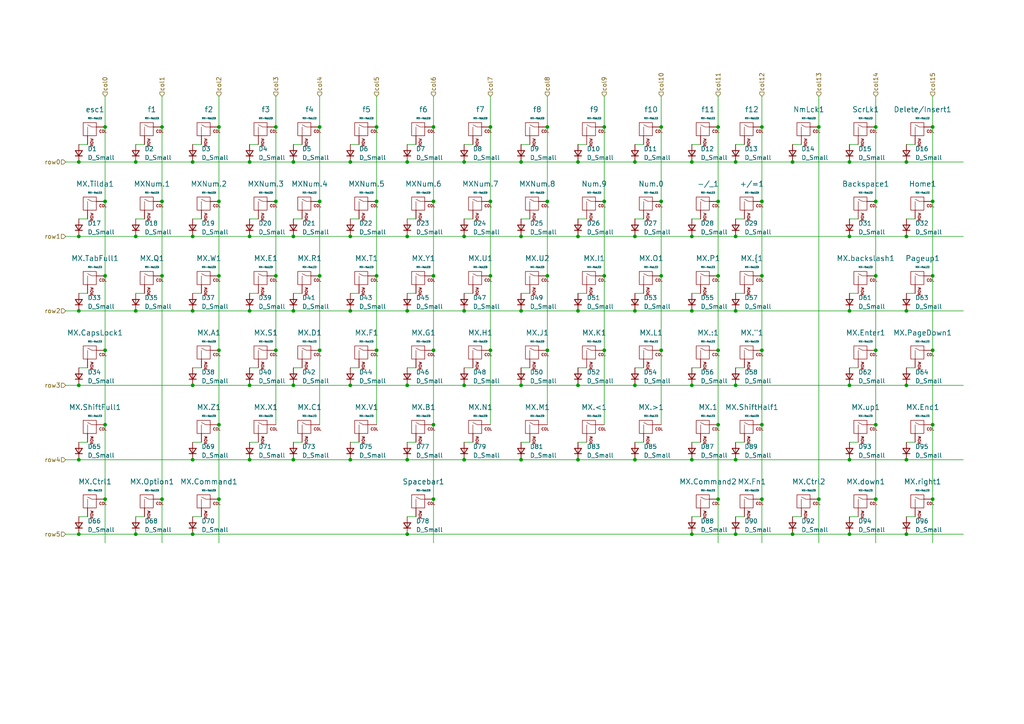
<source format=kicad_sch>
(kicad_sch (version 20241209) (generator "eeschema") (generator_version "9.0")
  (paper "A4")
  (junction (at 167.64 111.76))
  (junction (at 254 101.6))
  (junction (at 72.39 90.17))
  (junction (at 158.75 58.42))
  (junction (at 30.48 101.6))
  (junction (at 63.5 58.42))
  (junction (at 125.73 101.6))
  (junction (at 46.99 80.01))
  (junction (at 30.48 36.83))
  (junction (at 22.86 46.99))
  (junction (at 246.38 68.58))
  (junction (at 200.66 111.76))
  (junction (at 262.89 90.17))
  (junction (at 270.51 144.78))
  (junction (at 125.73 144.78))
  (junction (at 118.11 111.76))
  (junction (at 92.71 101.6))
  (junction (at 220.98 101.6))
  (junction (at 46.99 36.83))
  (junction (at 151.13 111.76))
  (junction (at 213.36 46.99))
  (junction (at 184.15 68.58))
  (junction (at 125.73 80.01))
  (junction (at 254 58.42))
  (junction (at 208.28 144.78))
  (junction (at 109.22 80.01))
  (junction (at 85.09 90.17))
  (junction (at 151.13 90.17))
  (junction (at 208.28 80.01))
  (junction (at 46.99 58.42))
  (junction (at 85.09 133.35))
  (junction (at 92.71 36.83))
  (junction (at 39.37 90.17))
  (junction (at 22.86 90.17))
  (junction (at 109.22 58.42))
  (junction (at 254 144.78))
  (junction (at 213.36 133.35))
  (junction (at 142.24 58.42))
  (junction (at 175.26 58.42))
  (junction (at 184.15 111.76))
  (junction (at 220.98 123.19))
  (junction (at 134.62 68.58))
  (junction (at 254 123.19))
  (junction (at 39.37 154.94))
  (junction (at 151.13 46.99))
  (junction (at 220.98 144.78))
  (junction (at 101.6 111.76))
  (junction (at 200.66 154.94))
  (junction (at 72.39 46.99))
  (junction (at 63.5 144.78))
  (junction (at 118.11 46.99))
  (junction (at 55.88 154.94))
  (junction (at 125.73 58.42))
  (junction (at 55.88 46.99))
  (junction (at 213.36 68.58))
  (junction (at 134.62 46.99))
  (junction (at 262.89 46.99))
  (junction (at 55.88 68.58))
  (junction (at 118.11 154.94))
  (junction (at 246.38 154.94))
  (junction (at 63.5 36.83))
  (junction (at 151.13 68.58))
  (junction (at 270.51 123.19))
  (junction (at 72.39 68.58))
  (junction (at 213.36 90.17))
  (junction (at 92.71 80.01))
  (junction (at 134.62 111.76))
  (junction (at 22.86 133.35))
  (junction (at 80.01 36.83))
  (junction (at 175.26 80.01))
  (junction (at 208.28 58.42))
  (junction (at 85.09 68.58))
  (junction (at 39.37 46.99))
  (junction (at 208.28 36.83))
  (junction (at 167.64 90.17))
  (junction (at 191.77 80.01))
  (junction (at 191.77 101.6))
  (junction (at 213.36 154.94))
  (junction (at 22.86 111.76))
  (junction (at 72.39 111.76))
  (junction (at 134.62 90.17))
  (junction (at 246.38 90.17))
  (junction (at 142.24 80.01))
  (junction (at 101.6 68.58))
  (junction (at 158.75 101.6))
  (junction (at 246.38 46.99))
  (junction (at 134.62 133.35))
  (junction (at 237.49 144.78))
  (junction (at 220.98 36.83))
  (junction (at 125.73 36.83))
  (junction (at 80.01 58.42))
  (junction (at 200.66 46.99))
  (junction (at 246.38 111.76))
  (junction (at 158.75 36.83))
  (junction (at 30.48 58.42))
  (junction (at 191.77 36.83))
  (junction (at 184.15 46.99))
  (junction (at 254 36.83))
  (junction (at 229.87 154.94))
  (junction (at 229.87 46.99))
  (junction (at 184.15 133.35))
  (junction (at 118.11 133.35))
  (junction (at 175.26 101.6))
  (junction (at 151.13 133.35))
  (junction (at 158.75 80.01))
  (junction (at 80.01 80.01))
  (junction (at 270.51 36.83))
  (junction (at 101.6 90.17))
  (junction (at 125.73 123.19))
  (junction (at 55.88 133.35))
  (junction (at 213.36 111.76))
  (junction (at 118.11 68.58))
  (junction (at 262.89 154.94))
  (junction (at 92.71 58.42))
  (junction (at 220.98 80.01))
  (junction (at 85.09 46.99))
  (junction (at 254 80.01))
  (junction (at 30.48 80.01))
  (junction (at 109.22 101.6))
  (junction (at 262.89 68.58))
  (junction (at 208.28 123.19))
  (junction (at 167.64 68.58))
  (junction (at 191.77 58.42))
  (junction (at 262.89 111.76))
  (junction (at 46.99 144.78))
  (junction (at 22.86 154.94))
  (junction (at 142.24 36.83))
  (junction (at 200.66 90.17))
  (junction (at 55.88 90.17))
  (junction (at 246.38 133.35))
  (junction (at 262.89 133.35))
  (junction (at 22.86 68.58))
  (junction (at 63.5 123.19))
  (junction (at 101.6 46.99))
  (junction (at 270.51 101.6))
  (junction (at 200.66 133.35))
  (junction (at 80.01 101.6))
  (junction (at 237.49 36.83))
  (junction (at 39.37 68.58))
  (junction (at 270.51 58.42))
  (junction (at 101.6 133.35))
  (junction (at 63.5 80.01))
  (junction (at 220.98 58.42))
  (junction (at 208.28 101.6))
  (junction (at 63.5 101.6))
  (junction (at 167.64 46.99))
  (junction (at 118.11 90.17))
  (junction (at 200.66 68.58))
  (junction (at 30.48 123.19))
  (junction (at 175.26 36.83))
  (junction (at 167.64 133.35))
  (junction (at 184.15 90.17))
  (junction (at 142.24 101.6))
  (junction (at 30.48 144.78))
  (junction (at 72.39 133.35))
  (junction (at 55.88 111.76))
  (junction (at 85.09 111.76))
  (junction (at 109.22 36.83))
  (junction (at 270.51 80.01))
  (wire (pts (xy 246.38 41.91) (xy 248.92 41.91)))
  (wire (pts (xy 229.87 154.94) (xy 246.38 154.94)))
  (wire (pts (xy 151.13 111.76) (xy 167.64 111.76)))
  (wire (pts (xy 72.39 46.99) (xy 85.09 46.99)))
  (wire (pts (xy 85.09 41.91) (xy 87.63 41.91)))
  (wire (pts (xy 63.5 123.19) (xy 63.5 144.78)))
  (wire (pts (xy 270.51 123.19) (xy 270.51 144.78)))
  (wire (pts (xy 237.49 36.83) (xy 237.49 144.78)))
  (wire (pts (xy 72.39 111.76) (xy 85.09 111.76)))
  (wire (pts (xy 142.24 36.83) (xy 142.24 58.42)))
  (wire (pts (xy 63.5 58.42) (xy 63.5 80.01)))
  (wire (pts (xy 80.01 80.01) (xy 80.01 101.6)))
  (wire (pts (xy 175.26 58.42) (xy 175.26 80.01)))
  (wire (pts (xy 101.6 133.35) (xy 118.11 133.35)))
  (wire (pts (xy 39.37 85.09) (xy 41.91 85.09)))
  (wire (pts (xy 246.38 149.86) (xy 248.92 149.86)))
  (wire (pts (xy 254 144.78) (xy 254 157.48)))
  (wire (pts (xy 72.39 63.5) (xy 74.93 63.5)))
  (wire (pts (xy 22.86 90.17) (xy 39.37 90.17)))
  (wire (pts (xy 72.39 85.09) (xy 74.93 85.09)))
  (wire (pts (xy 254 36.83) (xy 254 58.42)))
  (wire (pts (xy 109.22 80.01) (xy 109.22 101.6)))
  (wire (pts (xy 125.73 36.83) (xy 125.73 58.42)))
  (wire (pts (xy 246.38 128.27) (xy 248.92 128.27)))
  (wire (pts (xy 184.15 106.68) (xy 186.69 106.68)))
  (wire (pts (xy 55.88 85.09) (xy 58.42 85.09)))
  (wire (pts (xy 63.5 101.6) (xy 63.5 123.19)))
  (wire (pts (xy 118.11 111.76) (xy 134.62 111.76)))
  (wire (pts (xy 118.11 149.86) (xy 120.65 149.86)))
  (wire (pts (xy 246.38 85.09) (xy 248.92 85.09)))
  (wire (pts (xy 270.51 144.78) (xy 270.51 157.48)))
  (wire (pts (xy 167.64 128.27) (xy 170.18 128.27)))
  (wire (pts (xy 200.66 68.58) (xy 213.36 68.58)))
  (wire (pts (xy 125.73 27.94) (xy 125.73 36.83)))
  (wire (pts (xy 213.36 41.91) (xy 215.9 41.91)))
  (wire (pts (xy 30.48 80.01) (xy 30.48 101.6)))
  (wire (pts (xy 191.77 36.83) (xy 191.77 58.42)))
  (wire (pts (xy 151.13 68.58) (xy 167.64 68.58)))
  (wire (pts (xy 19.05 154.94) (xy 22.86 154.94)))
  (wire (pts (xy 229.87 41.91) (xy 232.41 41.91)))
  (wire (pts (xy 39.37 90.17) (xy 55.88 90.17)))
  (wire (pts (xy 30.48 58.42) (xy 30.48 80.01)))
  (wire (pts (xy 80.01 58.42) (xy 80.01 80.01)))
  (wire (pts (xy 191.77 27.94) (xy 191.77 36.83)))
  (wire (pts (xy 167.64 85.09) (xy 170.18 85.09)))
  (wire (pts (xy 80.01 36.83) (xy 80.01 58.42)))
  (wire (pts (xy 220.98 144.78) (xy 220.98 157.48)))
  (wire (pts (xy 92.71 36.83) (xy 92.71 58.42)))
  (wire (pts (xy 19.05 133.35) (xy 22.86 133.35)))
  (wire (pts (xy 158.75 27.94) (xy 158.75 36.83)))
  (wire (pts (xy 22.86 128.27) (xy 25.4 128.27)))
  (wire (pts (xy 118.11 85.09) (xy 120.65 85.09)))
  (wire (pts (xy 85.09 68.58) (xy 101.6 68.58)))
  (wire (pts (xy 184.15 85.09) (xy 186.69 85.09)))
  (wire (pts (xy 262.89 154.94) (xy 279.4 154.94)))
  (wire (pts (xy 213.36 85.09) (xy 215.9 85.09)))
  (wire (pts (xy 134.62 46.99) (xy 151.13 46.99)))
  (wire (pts (xy 72.39 133.35) (xy 85.09 133.35)))
  (wire (pts (xy 19.05 90.17) (xy 22.86 90.17)))
  (wire (pts (xy 109.22 101.6) (xy 109.22 123.19)))
  (wire (pts (xy 92.71 101.6) (xy 92.71 123.19)))
  (wire (pts (xy 158.75 101.6) (xy 158.75 123.19)))
  (wire (pts (xy 262.89 149.86) (xy 265.43 149.86)))
  (wire (pts (xy 134.62 85.09) (xy 137.16 85.09)))
  (wire (pts (xy 208.28 144.78) (xy 208.28 157.48)))
  (wire (pts (xy 72.39 128.27) (xy 74.93 128.27)))
  (wire (pts (xy 22.86 149.86) (xy 25.4 149.86)))
  (wire (pts (xy 39.37 41.91) (xy 41.91 41.91)))
  (wire (pts (xy 220.98 123.19) (xy 220.98 144.78)))
  (wire (pts (xy 46.99 27.94) (xy 46.99 36.83)))
  (wire (pts (xy 254 123.19) (xy 254 144.78)))
  (wire (pts (xy 262.89 90.17) (xy 279.4 90.17)))
  (wire (pts (xy 167.64 41.91) (xy 170.18 41.91)))
  (wire (pts (xy 213.36 128.27) (xy 215.9 128.27)))
  (wire (pts (xy 85.09 133.35) (xy 101.6 133.35)))
  (wire (pts (xy 191.77 101.6) (xy 191.77 123.19)))
  (wire (pts (xy 184.15 128.27) (xy 186.69 128.27)))
  (wire (pts (xy 19.05 46.99) (xy 22.86 46.99)))
  (wire (pts (xy 85.09 90.17) (xy 101.6 90.17)))
  (wire (pts (xy 184.15 133.35) (xy 200.66 133.35)))
  (wire (pts (xy 246.38 106.68) (xy 248.92 106.68)))
  (wire (pts (xy 213.36 68.58) (xy 246.38 68.58)))
  (wire (pts (xy 213.36 154.94) (xy 229.87 154.94)))
  (wire (pts (xy 55.88 68.58) (xy 72.39 68.58)))
  (wire (pts (xy 125.73 80.01) (xy 125.73 101.6)))
  (wire (pts (xy 142.24 101.6) (xy 142.24 123.19)))
  (wire (pts (xy 142.24 80.01) (xy 142.24 101.6)))
  (wire (pts (xy 200.66 63.5) (xy 203.2 63.5)))
  (wire (pts (xy 270.51 80.01) (xy 270.51 101.6)))
  (wire (pts (xy 30.48 101.6) (xy 30.48 123.19)))
  (wire (pts (xy 208.28 58.42) (xy 208.28 80.01)))
  (wire (pts (xy 85.09 46.99) (xy 101.6 46.99)))
  (wire (pts (xy 175.26 101.6) (xy 175.26 123.19)))
  (wire (pts (xy 208.28 36.83) (xy 208.28 58.42)))
  (wire (pts (xy 229.87 46.99) (xy 246.38 46.99)))
  (wire (pts (xy 85.09 63.5) (xy 87.63 63.5)))
  (wire (pts (xy 46.99 144.78) (xy 46.99 157.48)))
  (wire (pts (xy 46.99 80.01) (xy 46.99 144.78)))
  (wire (pts (xy 237.49 27.94) (xy 237.49 36.83)))
  (wire (pts (xy 246.38 90.17) (xy 262.89 90.17)))
  (wire (pts (xy 63.5 80.01) (xy 63.5 101.6)))
  (wire (pts (xy 92.71 58.42) (xy 92.71 80.01)))
  (wire (pts (xy 22.86 68.58) (xy 39.37 68.58)))
  (wire (pts (xy 80.01 27.94) (xy 80.01 36.83)))
  (wire (pts (xy 142.24 27.94) (xy 142.24 36.83)))
  (wire (pts (xy 184.15 68.58) (xy 200.66 68.58)))
  (wire (pts (xy 101.6 90.17) (xy 118.11 90.17)))
  (wire (pts (xy 22.86 85.09) (xy 25.4 85.09)))
  (wire (pts (xy 30.48 36.83) (xy 30.48 58.42)))
  (wire (pts (xy 208.28 80.01) (xy 208.28 101.6)))
  (wire (pts (xy 208.28 123.19) (xy 208.28 144.78)))
  (wire (pts (xy 118.11 128.27) (xy 120.65 128.27)))
  (wire (pts (xy 39.37 46.99) (xy 55.88 46.99)))
  (wire (pts (xy 118.11 90.17) (xy 134.62 90.17)))
  (wire (pts (xy 200.66 111.76) (xy 213.36 111.76)))
  (wire (pts (xy 167.64 106.68) (xy 170.18 106.68)))
  (wire (pts (xy 262.89 133.35) (xy 279.4 133.35)))
  (wire (pts (xy 220.98 58.42) (xy 220.98 80.01)))
  (wire (pts (xy 22.86 133.35) (xy 55.88 133.35)))
  (wire (pts (xy 270.51 58.42) (xy 270.51 80.01)))
  (wire (pts (xy 184.15 90.17) (xy 200.66 90.17)))
  (wire (pts (xy 72.39 106.68) (xy 74.93 106.68)))
  (wire (pts (xy 22.86 154.94) (xy 39.37 154.94)))
  (wire (pts (xy 63.5 144.78) (xy 63.5 157.48)))
  (wire (pts (xy 85.09 85.09) (xy 87.63 85.09)))
  (wire (pts (xy 22.86 46.99) (xy 39.37 46.99)))
  (wire (pts (xy 118.11 154.94) (xy 200.66 154.94)))
  (wire (pts (xy 55.88 154.94) (xy 118.11 154.94)))
  (wire (pts (xy 118.11 46.99) (xy 134.62 46.99)))
  (wire (pts (xy 101.6 106.68) (xy 104.14 106.68)))
  (wire (pts (xy 101.6 46.99) (xy 118.11 46.99)))
  (wire (pts (xy 158.75 80.01) (xy 158.75 101.6)))
  (wire (pts (xy 30.48 27.94) (xy 30.48 36.83)))
  (wire (pts (xy 134.62 133.35) (xy 151.13 133.35)))
  (wire (pts (xy 134.62 63.5) (xy 137.16 63.5)))
  (wire (pts (xy 246.38 154.94) (xy 262.89 154.94)))
  (wire (pts (xy 46.99 36.83) (xy 46.99 58.42)))
  (wire (pts (xy 191.77 80.01) (xy 191.77 101.6)))
  (wire (pts (xy 220.98 80.01) (xy 220.98 101.6)))
  (wire (pts (xy 101.6 85.09) (xy 104.14 85.09)))
  (wire (pts (xy 85.09 128.27) (xy 87.63 128.27)))
  (wire (pts (xy 262.89 63.5) (xy 265.43 63.5)))
  (wire (pts (xy 200.66 90.17) (xy 213.36 90.17)))
  (wire (pts (xy 30.48 144.78) (xy 30.48 157.48)))
  (wire (pts (xy 134.62 128.27) (xy 137.16 128.27)))
  (wire (pts (xy 85.09 106.68) (xy 87.63 106.68)))
  (wire (pts (xy 46.99 58.42) (xy 46.99 80.01)))
  (wire (pts (xy 151.13 46.99) (xy 167.64 46.99)))
  (wire (pts (xy 167.64 111.76) (xy 184.15 111.76)))
  (wire (pts (xy 63.5 36.83) (xy 63.5 58.42)))
  (wire (pts (xy 262.89 46.99) (xy 279.4 46.99)))
  (wire (pts (xy 184.15 46.99) (xy 200.66 46.99)))
  (wire (pts (xy 175.26 36.83) (xy 175.26 58.42)))
  (wire (pts (xy 72.39 90.17) (xy 85.09 90.17)))
  (wire (pts (xy 118.11 106.68) (xy 120.65 106.68)))
  (wire (pts (xy 22.86 111.76) (xy 55.88 111.76)))
  (wire (pts (xy 19.05 68.58) (xy 22.86 68.58)))
  (wire (pts (xy 22.86 63.5) (xy 25.4 63.5)))
  (wire (pts (xy 92.71 27.94) (xy 92.71 36.83)))
  (wire (pts (xy 125.73 123.19) (xy 125.73 144.78)))
  (wire (pts (xy 262.89 85.09) (xy 265.43 85.09)))
  (wire (pts (xy 213.36 46.99) (xy 229.87 46.99)))
  (wire (pts (xy 151.13 63.5) (xy 153.67 63.5)))
  (wire (pts (xy 200.66 106.68) (xy 203.2 106.68)))
  (wire (pts (xy 200.66 46.99) (xy 213.36 46.99)))
  (wire (pts (xy 55.88 41.91) (xy 58.42 41.91)))
  (wire (pts (xy 254 101.6) (xy 254 123.19)))
  (wire (pts (xy 118.11 133.35) (xy 134.62 133.35)))
  (wire (pts (xy 55.88 133.35) (xy 72.39 133.35)))
  (wire (pts (xy 184.15 63.5) (xy 186.69 63.5)))
  (wire (pts (xy 191.77 58.42) (xy 191.77 80.01)))
  (wire (pts (xy 125.73 101.6) (xy 125.73 123.19)))
  (wire (pts (xy 101.6 41.91) (xy 104.14 41.91)))
  (wire (pts (xy 109.22 58.42) (xy 109.22 80.01)))
  (wire (pts (xy 246.38 133.35) (xy 262.89 133.35)))
  (wire (pts (xy 270.51 36.83) (xy 270.51 58.42)))
  (wire (pts (xy 220.98 27.94) (xy 220.98 36.83)))
  (wire (pts (xy 175.26 80.01) (xy 175.26 101.6)))
  (wire (pts (xy 213.36 111.76) (xy 246.38 111.76)))
  (wire (pts (xy 208.28 101.6) (xy 208.28 123.19)))
  (wire (pts (xy 213.36 133.35) (xy 246.38 133.35)))
  (wire (pts (xy 134.62 90.17) (xy 151.13 90.17)))
  (wire (pts (xy 167.64 63.5) (xy 170.18 63.5)))
  (wire (pts (xy 101.6 68.58) (xy 118.11 68.58)))
  (wire (pts (xy 55.88 90.17) (xy 72.39 90.17)))
  (wire (pts (xy 118.11 68.58) (xy 134.62 68.58)))
  (wire (pts (xy 200.66 41.91) (xy 203.2 41.91)))
  (wire (pts (xy 167.64 46.99) (xy 184.15 46.99)))
  (wire (pts (xy 151.13 41.91) (xy 153.67 41.91)))
  (wire (pts (xy 80.01 101.6) (xy 80.01 123.19)))
  (wire (pts (xy 158.75 36.83) (xy 158.75 58.42)))
  (wire (pts (xy 109.22 27.94) (xy 109.22 36.83)))
  (wire (pts (xy 229.87 149.86) (xy 232.41 149.86)))
  (wire (pts (xy 200.66 128.27) (xy 203.2 128.27)))
  (wire (pts (xy 72.39 68.58) (xy 85.09 68.58)))
  (wire (pts (xy 254 58.42) (xy 254 80.01)))
  (wire (pts (xy 213.36 106.68) (xy 215.9 106.68)))
  (wire (pts (xy 134.62 41.91) (xy 137.16 41.91)))
  (wire (pts (xy 142.24 58.42) (xy 142.24 80.01)))
  (wire (pts (xy 262.89 128.27) (xy 265.43 128.27)))
  (wire (pts (xy 101.6 128.27) (xy 104.14 128.27)))
  (wire (pts (xy 134.62 68.58) (xy 151.13 68.58)))
  (wire (pts (xy 55.88 46.99) (xy 72.39 46.99)))
  (wire (pts (xy 55.88 63.5) (xy 58.42 63.5)))
  (wire (pts (xy 22.86 41.91) (xy 25.4 41.91)))
  (wire (pts (xy 270.51 27.94) (xy 270.51 36.83)))
  (wire (pts (xy 200.66 85.09) (xy 203.2 85.09)))
  (wire (pts (xy 246.38 46.99) (xy 262.89 46.99)))
  (wire (pts (xy 208.28 27.94) (xy 208.28 36.83)))
  (wire (pts (xy 167.64 68.58) (xy 184.15 68.58)))
  (wire (pts (xy 220.98 36.83) (xy 220.98 58.42)))
  (wire (pts (xy 151.13 128.27) (xy 153.67 128.27)))
  (wire (pts (xy 262.89 111.76) (xy 279.4 111.76)))
  (wire (pts (xy 158.75 58.42) (xy 158.75 80.01)))
  (wire (pts (xy 262.89 41.91) (xy 265.43 41.91)))
  (wire (pts (xy 63.5 27.94) (xy 63.5 36.83)))
  (wire (pts (xy 213.36 149.86) (xy 215.9 149.86)))
  (wire (pts (xy 101.6 111.76) (xy 118.11 111.76)))
  (wire (pts (xy 19.05 111.76) (xy 22.86 111.76)))
  (wire (pts (xy 109.22 36.83) (xy 109.22 58.42)))
  (wire (pts (xy 167.64 133.35) (xy 184.15 133.35)))
  (wire (pts (xy 101.6 63.5) (xy 104.14 63.5)))
  (wire (pts (xy 200.66 133.35) (xy 213.36 133.35)))
  (wire (pts (xy 246.38 111.76) (xy 262.89 111.76)))
  (wire (pts (xy 246.38 63.5) (xy 248.92 63.5)))
  (wire (pts (xy 246.38 68.58) (xy 262.89 68.58)))
  (wire (pts (xy 55.88 149.86) (xy 58.42 149.86)))
  (wire (pts (xy 254 80.01) (xy 254 101.6)))
  (wire (pts (xy 134.62 106.68) (xy 137.16 106.68)))
  (wire (pts (xy 175.26 27.94) (xy 175.26 36.83)))
  (wire (pts (xy 254 27.94) (xy 254 36.83)))
  (wire (pts (xy 151.13 90.17) (xy 167.64 90.17)))
  (wire (pts (xy 85.09 111.76) (xy 101.6 111.76)))
  (wire (pts (xy 270.51 101.6) (xy 270.51 123.19)))
  (wire (pts (xy 134.62 111.76) (xy 151.13 111.76)))
  (wire (pts (xy 262.89 68.58) (xy 279.4 68.58)))
  (wire (pts (xy 213.36 63.5) (xy 215.9 63.5)))
  (wire (pts (xy 72.39 41.91) (xy 74.93 41.91)))
  (wire (pts (xy 184.15 41.91) (xy 186.69 41.91)))
  (wire (pts (xy 184.15 111.76) (xy 200.66 111.76)))
  (wire (pts (xy 39.37 149.86) (xy 41.91 149.86)))
  (wire (pts (xy 151.13 85.09) (xy 153.67 85.09)))
  (wire (pts (xy 200.66 149.86) (xy 203.2 149.86)))
  (wire (pts (xy 92.71 80.01) (xy 92.71 101.6)))
  (wire (pts (xy 118.11 63.5) (xy 120.65 63.5)))
  (wire (pts (xy 55.88 106.68) (xy 58.42 106.68)))
  (wire (pts (xy 167.64 90.17) (xy 184.15 90.17)))
  (wire (pts (xy 151.13 133.35) (xy 167.64 133.35)))
  (wire (pts (xy 237.49 144.78) (xy 237.49 157.48)))
  (wire (pts (xy 30.48 123.19) (xy 30.48 144.78)))
  (wire (pts (xy 22.86 106.68) (xy 25.4 106.68)))
  (wire (pts (xy 118.11 41.91) (xy 120.65 41.91)))
  (wire (pts (xy 220.98 101.6) (xy 220.98 123.19)))
  (wire (pts (xy 39.37 154.94) (xy 55.88 154.94)))
  (wire (pts (xy 125.73 144.78) (xy 125.73 157.48)))
  (wire (pts (xy 213.36 90.17) (xy 246.38 90.17)))
  (wire (pts (xy 125.73 58.42) (xy 125.73 80.01)))
  (wire (pts (xy 151.13 106.68) (xy 153.67 106.68)))
  (wire (pts (xy 39.37 63.5) (xy 41.91 63.5)))
  (wire (pts (xy 55.88 111.76) (xy 72.39 111.76)))
  (wire (pts (xy 262.89 106.68) (xy 265.43 106.68)))
  (wire (pts (xy 55.88 128.27) (xy 58.42 128.27)))
  (wire (pts (xy 39.37 68.58) (xy 55.88 68.58)))
  (wire (pts (xy 200.66 154.94) (xy 213.36 154.94)))
  (hierarchical_label "col9" (shape input) (at 175.26 27.94 90))
  (hierarchical_label "col3" (shape input) (at 80.01 27.94 90))
  (hierarchical_label "row3" (shape input) (at 19.05 111.76 180))
  (hierarchical_label "col4" (shape input) (at 92.71 27.94 90))
  (hierarchical_label "col1" (shape input) (at 46.99 27.94 90))
  (hierarchical_label "col11" (shape input) (at 208.28 27.94 90))
  (hierarchical_label "col8" (shape input) (at 158.75 27.94 90))
  (hierarchical_label "col2" (shape input) (at 63.5 27.94 90))
  (hierarchical_label "col10" (shape input) (at 191.77 27.94 90))
  (hierarchical_label "col14" (shape input) (at 254 27.94 90))
  (hierarchical_label "col5" (shape input) (at 109.22 27.94 90))
  (hierarchical_label "col6" (shape input) (at 125.73 27.94 90))
  (hierarchical_label "row4" (shape input) (at 19.05 133.35 180))
  (hierarchical_label "col13" (shape input) (at 237.49 27.94 90))
  (hierarchical_label "col0" (shape input) (at 30.48 27.94 90))
  (hierarchical_label "col12" (shape input) (at 220.98 27.94 90))
  (hierarchical_label "row2" (shape input) (at 19.05 90.17 180))
  (hierarchical_label "col15" (shape input) (at 270.51 27.94 90))
  (hierarchical_label "row0" (shape input) (at 19.05 46.99 180))
  (hierarchical_label "row5" (shape input) (at 19.05 154.94 180))
  (hierarchical_label "col7" (shape input) (at 142.24 27.94 90))
  (hierarchical_label "row1" (shape input) (at 19.05 68.58 180))
  (symbol (lib_id "MX_Alps_Hybrid:MX-NoLED") (at 43.18 146.05 0) (unit 1)
    (property "Reference" "MX.Option1" (at 44.0752 139.7 0) (effects (font (size 1.524 1.524))))
    (property "Value" "MX-NoLED" (at 44.0752 142.24 0) (effects (font (size 0.508 0.508))))
  )
  (symbol (lib_id "Device:D_Small") (at 72.39 130.81 90) (unit 1)
    (property "Reference" "D71" (at 74.93 129.5399 90) (effects (justify right)))
    (property "Value" "D_Small" (at 74.93 132.0799 90) (effects (justify right)))
    (property "Description" "Diode, small symbol" (effects (hide yes)))
    (property "Sim.Device" "D" (effects (hide yes)))
    (property "Sim.Pins" "1=K 2=A" (effects (hide yes)))
  )
  (symbol (lib_id "Device:D_Small") (at 134.62 130.81 90) (unit 1)
    (property "Reference" "D79" (at 137.16 129.5399 90) (effects (justify right)))
    (property "Value" "D_Small" (at 137.16 132.0799 90) (effects (justify right)))
    (property "Description" "Diode, small symbol" (effects (hide yes)))
    (property "Sim.Device" "D" (effects (hide yes)))
    (property "Sim.Pins" "1=K 2=A" (effects (hide yes)))
  )
  (symbol (lib_id "MX_Alps_Hybrid:MX-NoLED") (at 204.47 146.05 0) (unit 1)
    (property "Reference" "MX.Command2" (at 205.3652 139.7 0) (effects (font (size 1.524 1.524))))
    (property "Value" "MX-NoLED" (at 205.3652 142.24 0) (effects (font (size 0.508 0.508))))
  )
  (symbol (lib_id "Device:D_Small") (at 262.89 109.22 90) (unit 1)
    (property "Reference" "D64" (at 265.43 107.9499 90) (effects (justify right)))
    (property "Value" "D_Small" (at 265.43 110.4899 90) (effects (justify right)))
    (property "Description" "Diode, small symbol" (effects (hide yes)))
    (property "Sim.Device" "D" (effects (hide yes)))
    (property "Sim.Pins" "1=K 2=A" (effects (hide yes)))
  )
  (symbol (lib_id "Device:D_Small") (at 151.13 87.63 90) (unit 1)
    (property "Reference" "D49" (at 153.67 86.3599 90) (effects (justify right)))
    (property "Value" "D_Small" (at 153.67 88.8999 90) (effects (justify right)))
    (property "Description" "Diode, small symbol" (effects (hide yes)))
    (property "Sim.Device" "D" (effects (hide yes)))
    (property "Sim.Pins" "1=K 2=A" (effects (hide yes)))
  )
  (symbol (lib_id "Device:D_Small") (at 134.62 109.22 90) (unit 1)
    (property "Reference" "D48" (at 137.16 107.9499 90) (effects (justify right)))
    (property "Value" "D_Small" (at 137.16 110.4899 90) (effects (justify right)))
    (property "Description" "Diode, small symbol" (effects (hide yes)))
    (property "Sim.Device" "D" (effects (hide yes)))
    (property "Sim.Pins" "1=K 2=A" (effects (hide yes)))
  )
  (symbol (lib_id "MX_Alps_Hybrid:MX-NoLED") (at 233.68 146.05 0) (unit 1)
    (property "Reference" "MX.Ctrl2" (at 234.5752 139.7 0) (effects (font (size 1.524 1.524))))
    (property "Value" "MX-NoLED" (at 234.5752 142.24 0) (effects (font (size 0.508 0.508))))
  )
  (symbol (lib_id "Device:D_Small") (at 151.13 44.45 90) (unit 1)
    (property "Reference" "D9" (at 153.67 43.1799 90) (effects (justify right)))
    (property "Value" "D_Small" (at 153.67 45.7199 90) (effects (justify right)))
    (property "Description" "Diode, small symbol" (effects (hide yes)))
    (property "Sim.Device" "D" (effects (hide yes)))
    (property "Sim.Pins" "1=K 2=A" (effects (hide yes)))
  )
  (symbol (lib_id "MX_Alps_Hybrid:MX-NoLED") (at 105.41 59.69 0) (unit 1)
    (property "Reference" "MXNum.5" (at 106.3052 53.34 0) (effects (font (size 1.524 1.524))))
    (property "Value" "MX-NoLED" (at 106.3052 55.88 0) (effects (font (size 0.508 0.508))))
  )
  (symbol (lib_id "MX_Alps_Hybrid:MX-NoLED") (at 250.19 59.69 0) (unit 1)
    (property "Reference" "Backspace1" (at 251.0852 53.34 0) (effects (font (size 1.524 1.524))))
    (property "Value" "MX-NoLED" (at 251.0852 55.88 0) (effects (font (size 0.508 0.508))))
  )
  (symbol (lib_id "Device:D_Small") (at 101.6 109.22 90) (unit 1)
    (property "Reference" "D44" (at 104.14 107.9499 90) (effects (justify right)))
    (property "Value" "D_Small" (at 104.14 110.4899 90) (effects (justify right)))
    (property "Description" "Diode, small symbol" (effects (hide yes)))
    (property "Sim.Device" "D" (effects (hide yes)))
    (property "Sim.Pins" "1=K 2=A" (effects (hide yes)))
  )
  (symbol (lib_id "MX_Alps_Hybrid:MX-NoLED") (at 88.9 81.28 0) (unit 1)
    (property "Reference" "MX.R1" (at 89.7952 74.93 0) (effects (font (size 1.524 1.524))))
    (property "Value" "MX-NoLED" (at 89.7952 77.47 0) (effects (font (size 0.508 0.508))))
  )
  (symbol (lib_id "MX_Alps_Hybrid:MX-NoLED") (at 105.41 81.28 0) (unit 1)
    (property "Reference" "MX.T1" (at 106.3052 74.93 0) (effects (font (size 1.524 1.524))))
    (property "Value" "MX-NoLED" (at 106.3052 77.47 0) (effects (font (size 0.508 0.508))))
  )
  (symbol (lib_id "Device:D_Small") (at 167.64 66.04 90) (unit 1)
    (property "Reference" "D26" (at 170.18 64.7699 90) (effects (justify right)))
    (property "Value" "D_Small" (at 170.18 67.3099 90) (effects (justify right)))
    (property "Description" "Diode, small symbol" (effects (hide yes)))
    (property "Sim.Device" "D" (effects (hide yes)))
    (property "Sim.Pins" "1=K 2=A" (effects (hide yes)))
  )
  (symbol (lib_id "MX_Alps_Hybrid:MX-NoLED") (at 121.92 59.69 0) (unit 1)
    (property "Reference" "MXNum.6" (at 122.8152 53.34 0) (effects (font (size 1.524 1.524))))
    (property "Value" "MX-NoLED" (at 122.8152 55.88 0) (effects (font (size 0.508 0.508))))
  )
  (symbol (lib_id "Device:D_Small") (at 200.66 87.63 90) (unit 1)
    (property "Reference" "D55" (at 203.2 86.3599 90) (effects (justify right)))
    (property "Value" "D_Small" (at 203.2 88.8999 90) (effects (justify right)))
    (property "Description" "Diode, small symbol" (effects (hide yes)))
    (property "Sim.Device" "D" (effects (hide yes)))
    (property "Sim.Pins" "1=K 2=A" (effects (hide yes)))
  )
  (symbol (lib_id "MX_Alps_Hybrid:MX-NoLED") (at 59.69 59.69 0) (unit 1)
    (property "Reference" "MXNum.2" (at 60.5852 53.34 0) (effects (font (size 1.524 1.524))))
    (property "Value" "MX-NoLED" (at 60.5852 55.88 0) (effects (font (size 0.508 0.508))))
  )
  (symbol (lib_id "MX_Alps_Hybrid:MX-NoLED") (at 105.41 124.46 0) (unit 1)
    (property "Reference" "MX.V1" (at 106.3052 118.11 0) (effects (font (size 1.524 1.524))))
    (property "Value" "MX-NoLED" (at 106.3052 120.65 0) (effects (font (size 0.508 0.508))))
  )
  (symbol (lib_id "MX_Alps_Hybrid:MX-NoLED") (at 138.43 124.46 0) (unit 1)
    (property "Reference" "MX.N1" (at 139.3252 118.11 0) (effects (font (size 1.524 1.524))))
    (property "Value" "MX-NoLED" (at 139.3252 120.65 0) (effects (font (size 0.508 0.508))))
  )
  (symbol (lib_id "MX_Alps_Hybrid:MX-NoLED") (at 250.19 124.46 0) (unit 1)
    (property "Reference" "MX.up1" (at 251.0852 118.11 0) (effects (font (size 1.524 1.524))))
    (property "Value" "MX-NoLED" (at 251.0852 120.65 0) (effects (font (size 0.508 0.508))))
  )
  (symbol (lib_id "MX_Alps_Hybrid:MX-NoLED") (at 154.94 38.1 0) (unit 1)
    (property "Reference" "f8" (at 155.8352 31.75 0) (effects (font (size 1.524 1.524))))
    (property "Value" "MX-NoLED" (at 155.8352 34.29 0) (effects (font (size 0.508 0.508))))
  )
  (symbol (lib_id "MX_Alps_Hybrid:MX-NoLED") (at 266.7 38.1 0) (unit 1)
    (property "Reference" "Delete/Insert1" (at 267.5952 31.75 0) (effects (font (size 1.524 1.524))))
    (property "Value" "MX-NoLED" (at 267.5952 34.29 0) (effects (font (size 0.508 0.508))))
  )
  (symbol (lib_id "Device:D_Small") (at 246.38 130.81 90) (unit 1)
    (property "Reference" "D93" (at 248.92 129.5399 90) (effects (justify right)))
    (property "Value" "D_Small" (at 248.92 132.0799 90) (effects (justify right)))
    (property "Description" "Diode, small symbol" (effects (hide yes)))
    (property "Sim.Device" "D" (effects (hide yes)))
    (property "Sim.Pins" "1=K 2=A" (effects (hide yes)))
  )
  (symbol (lib_id "Device:D_Small") (at 213.36 109.22 90) (unit 1)
    (property "Reference" "D58" (at 215.9 107.9499 90) (effects (justify right)))
    (property "Value" "D_Small" (at 215.9 110.4899 90) (effects (justify right)))
    (property "Description" "Diode, small symbol" (effects (hide yes)))
    (property "Sim.Device" "D" (effects (hide yes)))
    (property "Sim.Pins" "1=K 2=A" (effects (hide yes)))
  )
  (symbol (lib_id "Device:D_Small") (at 85.09 109.22 90) (unit 1)
    (property "Reference" "D42" (at 87.63 107.9499 90) (effects (justify right)))
    (property "Value" "D_Small" (at 87.63 110.4899 90) (effects (justify right)))
    (property "Description" "Diode, small symbol" (effects (hide yes)))
    (property "Sim.Device" "D" (effects (hide yes)))
    (property "Sim.Pins" "1=K 2=A" (effects (hide yes)))
  )
  (symbol (lib_id "Device:D_Small") (at 262.89 66.04 90) (unit 1)
    (property "Reference" "D32" (at 265.43 64.7699 90) (effects (justify right)))
    (property "Value" "D_Small" (at 265.43 67.3099 90) (effects (justify right)))
    (property "Description" "Diode, small symbol" (effects (hide yes)))
    (property "Sim.Device" "D" (effects (hide yes)))
    (property "Sim.Pins" "1=K 2=A" (effects (hide yes)))
  )
  (symbol (lib_id "Device:D_Small") (at 262.89 87.63 90) (unit 1)
    (property "Reference" "D63" (at 265.43 86.3599 90) (effects (justify right)))
    (property "Value" "D_Small" (at 265.43 88.8999 90) (effects (justify right)))
    (property "Description" "Diode, small symbol" (effects (hide yes)))
    (property "Sim.Device" "D" (effects (hide yes)))
    (property "Sim.Pins" "1=K 2=A" (effects (hide yes)))
  )
  (symbol (lib_id "MX_Alps_Hybrid:MX-NoLED") (at 59.69 146.05 0) (unit 1)
    (property "Reference" "MX.Command1" (at 60.5852 139.7 0) (effects (font (size 1.524 1.524))))
    (property "Value" "MX-NoLED" (at 60.5852 142.24 0) (effects (font (size 0.508 0.508))))
  )
  (symbol (lib_id "Device:D_Small") (at 229.87 44.45 90) (unit 1)
    (property "Reference" "D14" (at 232.41 43.1799 90) (effects (justify right)))
    (property "Value" "D_Small" (at 232.41 45.7199 90) (effects (justify right)))
    (property "Description" "Diode, small symbol" (effects (hide yes)))
    (property "Sim.Device" "D" (effects (hide yes)))
    (property "Sim.Pins" "1=K 2=A" (effects (hide yes)))
  )
  (symbol (lib_id "Device:D_Small") (at 55.88 152.4 90) (unit 1)
    (property "Reference" "D70" (at 58.42 151.1299 90) (effects (justify right)))
    (property "Value" "D_Small" (at 58.42 153.6699 90) (effects (justify right)))
    (property "Description" "Diode, small symbol" (effects (hide yes)))
    (property "Sim.Device" "D" (effects (hide yes)))
    (property "Sim.Pins" "1=K 2=A" (effects (hide yes)))
  )
  (symbol (lib_id "Device:D_Small") (at 118.11 130.81 90) (unit 1)
    (property "Reference" "D77" (at 120.65 129.5399 90) (effects (justify right)))
    (property "Value" "D_Small" (at 120.65 132.0799 90) (effects (justify right)))
    (property "Description" "Diode, small symbol" (effects (hide yes)))
    (property "Sim.Device" "D" (effects (hide yes)))
    (property "Sim.Pins" "1=K 2=A" (effects (hide yes)))
  )
  (symbol (lib_id "MX_Alps_Hybrid:MX-NoLED") (at 26.67 38.1 0) (unit 1)
    (property "Reference" "esc1" (at 27.5652 31.75 0) (effects (font (size 1.524 1.524))))
    (property "Value" "MX-NoLED" (at 27.5652 34.29 0) (effects (font (size 0.508 0.508))))
  )
  (symbol (lib_id "MX_Alps_Hybrid:MX-NoLED") (at 266.7 81.28 0) (unit 1)
    (property "Reference" "Pageup1" (at 267.5952 74.93 0) (effects (font (size 1.524 1.524))))
    (property "Value" "MX-NoLED" (at 267.5952 77.47 0) (effects (font (size 0.508 0.508))))
  )
  (symbol (lib_id "MX_Alps_Hybrid:MX-NoLED") (at 121.92 102.87 0) (unit 1)
    (property "Reference" "MX.G1" (at 122.8152 96.52 0) (effects (font (size 1.524 1.524))))
    (property "Value" "MX-NoLED" (at 122.8152 99.06 0) (effects (font (size 0.508 0.508))))
  )
  (symbol (lib_id "Device:D_Small") (at 184.15 109.22 90) (unit 1)
    (property "Reference" "D54" (at 186.69 107.9499 90) (effects (justify right)))
    (property "Value" "D_Small" (at 186.69 110.4899 90) (effects (justify right)))
    (property "Description" "Diode, small symbol" (effects (hide yes)))
    (property "Sim.Device" "D" (effects (hide yes)))
    (property "Sim.Pins" "1=K 2=A" (effects (hide yes)))
  )
  (symbol (lib_id "Device:D_Small") (at 246.38 152.4 90) (unit 1)
    (property "Reference" "D94" (at 248.92 151.1299 90) (effects (justify right)))
    (property "Value" "D_Small" (at 248.92 153.6699 90) (effects (justify right)))
    (property "Description" "Diode, small symbol" (effects (hide yes)))
    (property "Sim.Device" "D" (effects (hide yes)))
    (property "Sim.Pins" "1=K 2=A" (effects (hide yes)))
  )
  (symbol (lib_id "MX_Alps_Hybrid:MX-NoLED") (at 59.69 38.1 0) (unit 1)
    (property "Reference" "f2" (at 60.5852 31.75 0) (effects (font (size 1.524 1.524))))
    (property "Value" "MX-NoLED" (at 60.5852 34.29 0) (effects (font (size 0.508 0.508))))
  )
  (symbol (lib_id "MX_Alps_Hybrid:MX-NoLED") (at 138.43 38.1 0) (unit 1)
    (property "Reference" "f7" (at 139.3252 31.75 0) (effects (font (size 1.524 1.524))))
    (property "Value" "MX-NoLED" (at 139.3252 34.29 0) (effects (font (size 0.508 0.508))))
  )
  (symbol (lib_id "Device:D_Small") (at 72.39 87.63 90) (unit 1)
    (property "Reference" "D39" (at 74.93 86.3599 90) (effects (justify right)))
    (property "Value" "D_Small" (at 74.93 88.8999 90) (effects (justify right)))
    (property "Description" "Diode, small symbol" (effects (hide yes)))
    (property "Sim.Device" "D" (effects (hide yes)))
    (property "Sim.Pins" "1=K 2=A" (effects (hide yes)))
  )
  (symbol (lib_id "Device:D_Small") (at 22.86 130.81 90) (unit 1)
    (property "Reference" "D65" (at 25.4 129.5399 90) (effects (justify right)))
    (property "Value" "D_Small" (at 25.4 132.0799 90) (effects (justify right)))
    (property "Description" "Diode, small symbol" (effects (hide yes)))
    (property "Sim.Device" "D" (effects (hide yes)))
    (property "Sim.Pins" "1=K 2=A" (effects (hide yes)))
  )
  (symbol (lib_id "Device:D_Small") (at 85.09 66.04 90) (unit 1)
    (property "Reference" "D21" (at 87.63 64.7699 90) (effects (justify right)))
    (property "Value" "D_Small" (at 87.63 67.3099 90) (effects (justify right)))
    (property "Description" "Diode, small symbol" (effects (hide yes)))
    (property "Sim.Device" "D" (effects (hide yes)))
    (property "Sim.Pins" "1=K 2=A" (effects (hide yes)))
  )
  (symbol (lib_id "MX_Alps_Hybrid:MX-NoLED") (at 217.17 146.05 0) (unit 1)
    (property "Reference" "MX.Fn1" (at 218.0652 139.7 0) (effects (font (size 1.524 1.524))))
    (property "Value" "MX-NoLED" (at 218.0652 142.24 0) (effects (font (size 0.508 0.508))))
  )
  (symbol (lib_id "MX_Alps_Hybrid:MX-NoLED") (at 76.2 124.46 0) (unit 1)
    (property "Reference" "MX.X1" (at 77.0952 118.11 0) (effects (font (size 1.524 1.524))))
    (property "Value" "MX-NoLED" (at 77.0952 120.65 0) (effects (font (size 0.508 0.508))))
  )
  (symbol (lib_id "Device:D_Small") (at 134.62 87.63 90) (unit 1)
    (property "Reference" "D47" (at 137.16 86.3599 90) (effects (justify right)))
    (property "Value" "D_Small" (at 137.16 88.8999 90) (effects (justify right)))
    (property "Description" "Diode, small symbol" (effects (hide yes)))
    (property "Sim.Device" "D" (effects (hide yes)))
    (property "Sim.Pins" "1=K 2=A" (effects (hide yes)))
  )
  (symbol (lib_id "Device:D_Small") (at 213.36 87.63 90) (unit 1)
    (property "Reference" "D57" (at 215.9 86.3599 90) (effects (justify right)))
    (property "Value" "D_Small" (at 215.9 88.8999 90) (effects (justify right)))
    (property "Description" "Diode, small symbol" (effects (hide yes)))
    (property "Sim.Device" "D" (effects (hide yes)))
    (property "Sim.Pins" "1=K 2=A" (effects (hide yes)))
  )
  (symbol (lib_id "MX_Alps_Hybrid:MX-NoLED") (at 59.69 124.46 0) (unit 1)
    (property "Reference" "MX.Z1" (at 60.5852 118.11 0) (effects (font (size 1.524 1.524))))
    (property "Value" "MX-NoLED" (at 60.5852 120.65 0) (effects (font (size 0.508 0.508))))
  )
  (symbol (lib_id "Device:D_Small") (at 55.88 66.04 90) (unit 1)
    (property "Reference" "D19" (at 58.42 64.7699 90) (effects (justify right)))
    (property "Value" "D_Small" (at 58.42 67.3099 90) (effects (justify right)))
    (property "Description" "Diode, small symbol" (effects (hide yes)))
    (property "Sim.Device" "D" (effects (hide yes)))
    (property "Sim.Pins" "1=K 2=A" (effects (hide yes)))
  )
  (symbol (lib_id "Device:D_Small") (at 246.38 66.04 90) (unit 1)
    (property "Reference" "D31" (at 248.92 64.7699 90) (effects (justify right)))
    (property "Value" "D_Small" (at 248.92 67.3099 90) (effects (justify right)))
    (property "Description" "Diode, small symbol" (effects (hide yes)))
    (property "Sim.Device" "D" (effects (hide yes)))
    (property "Sim.Pins" "1=K 2=A" (effects (hide yes)))
  )
  (symbol (lib_id "Device:D_Small") (at 118.11 152.4 90) (unit 1)
    (property "Reference" "D78" (at 120.65 151.1299 90) (effects (justify right)))
    (property "Value" "D_Small" (at 120.65 153.6699 90) (effects (justify right)))
    (property "Description" "Diode, small symbol" (effects (hide yes)))
    (property "Sim.Device" "D" (effects (hide yes)))
    (property "Sim.Pins" "1=K 2=A" (effects (hide yes)))
  )
  (symbol (lib_id "MX_Alps_Hybrid:MX-NoLED") (at 154.94 102.87 0) (unit 1)
    (property "Reference" "MX.J1" (at 155.8352 96.52 0) (effects (font (size 1.524 1.524))))
    (property "Value" "MX-NoLED" (at 155.8352 99.06 0) (effects (font (size 0.508 0.508))))
  )
  (symbol (lib_id "MX_Alps_Hybrid:MX-NoLED") (at 250.19 81.28 0) (unit 1)
    (property "Reference" "MX.backslash1" (at 251.0852 74.93 0) (effects (font (size 1.524 1.524))))
    (property "Value" "MX-NoLED" (at 251.0852 77.47 0) (effects (font (size 0.508 0.508))))
  )
  (symbol (lib_id "MX_Alps_Hybrid:MX-NoLED") (at 59.69 81.28 0) (unit 1)
    (property "Reference" "MX.W1" (at 60.5852 74.93 0) (effects (font (size 1.524 1.524))))
    (property "Value" "MX-NoLED" (at 60.5852 77.47 0) (effects (font (size 0.508 0.508))))
  )
  (symbol (lib_id "MX_Alps_Hybrid:MX-NoLED") (at 187.96 102.87 0) (unit 1)
    (property "Reference" "MX.L1" (at 188.8552 96.52 0) (effects (font (size 1.524 1.524))))
    (property "Value" "MX-NoLED" (at 188.8552 99.06 0) (effects (font (size 0.508 0.508))))
  )
  (symbol (lib_id "MX_Alps_Hybrid:MX-NoLED") (at 105.41 102.87 0) (unit 1)
    (property "Reference" "MX.F1" (at 106.3052 96.52 0) (effects (font (size 1.524 1.524))))
    (property "Value" "MX-NoLED" (at 106.3052 99.06 0) (effects (font (size 0.508 0.508))))
  )
  (symbol (lib_id "MX_Alps_Hybrid:MX-NoLED") (at 217.17 81.28 0) (unit 1)
    (property "Reference" "MX.{1" (at 218.0652 74.93 0) (effects (font (size 1.524 1.524))))
    (property "Value" "MX-NoLED" (at 218.0652 77.47 0) (effects (font (size 0.508 0.508))))
  )
  (symbol (lib_id "Device:D_Small") (at 72.39 66.04 90) (unit 1)
    (property "Reference" "D20" (at 74.93 64.7699 90) (effects (justify right)))
    (property "Value" "D_Small" (at 74.93 67.3099 90) (effects (justify right)))
    (property "Description" "Diode, small symbol" (effects (hide yes)))
    (property "Sim.Device" "D" (effects (hide yes)))
    (property "Sim.Pins" "1=K 2=A" (effects (hide yes)))
  )
  (symbol (lib_id "Device:D_Small") (at 101.6 130.81 90) (unit 1)
    (property "Reference" "D75" (at 104.14 129.5399 90) (effects (justify right)))
    (property "Value" "D_Small" (at 104.14 132.0799 90) (effects (justify right)))
    (property "Description" "Diode, small symbol" (effects (hide yes)))
    (property "Sim.Device" "D" (effects (hide yes)))
    (property "Sim.Pins" "1=K 2=A" (effects (hide yes)))
  )
  (symbol (lib_id "Device:D_Small") (at 72.39 109.22 90) (unit 1)
    (property "Reference" "D40" (at 74.93 107.9499 90) (effects (justify right)))
    (property "Value" "D_Small" (at 74.93 110.4899 90) (effects (justify right)))
    (property "Description" "Diode, small symbol" (effects (hide yes)))
    (property "Sim.Device" "D" (effects (hide yes)))
    (property "Sim.Pins" "1=K 2=A" (effects (hide yes)))
  )
  (symbol (lib_id "Device:D_Small") (at 167.64 87.63 90) (unit 1)
    (property "Reference" "D51" (at 170.18 86.3599 90) (effects (justify right)))
    (property "Value" "D_Small" (at 170.18 88.8999 90) (effects (justify right)))
    (property "Description" "Diode, small symbol" (effects (hide yes)))
    (property "Sim.Device" "D" (effects (hide yes)))
    (property "Sim.Pins" "1=K 2=A" (effects (hide yes)))
  )
  (symbol (lib_id "Device:D_Small") (at 184.15 87.63 90) (unit 1)
    (property "Reference" "D53" (at 186.69 86.3599 90) (effects (justify right)))
    (property "Value" "D_Small" (at 186.69 88.8999 90) (effects (justify right)))
    (property "Description" "Diode, small symbol" (effects (hide yes)))
    (property "Sim.Device" "D" (effects (hide yes)))
    (property "Sim.Pins" "1=K 2=A" (effects (hide yes)))
  )
  (symbol (lib_id "MX_Alps_Hybrid:MX-NoLED") (at 171.45 81.28 0) (unit 1)
    (property "Reference" "MX.I1" (at 172.3452 74.93 0) (effects (font (size 1.524 1.524))))
    (property "Value" "MX-NoLED" (at 172.3452 77.47 0) (effects (font (size 0.508 0.508))))
  )
  (symbol (lib_id "MX_Alps_Hybrid:MX-NoLED") (at 171.45 59.69 0) (unit 1)
    (property "Reference" "Num.9" (at 172.3452 53.34 0) (effects (font (size 1.524 1.524))))
    (property "Value" "MX-NoLED" (at 172.3452 55.88 0) (effects (font (size 0.508 0.508))))
  )
  (symbol (lib_id "MX_Alps_Hybrid:MX-NoLED") (at 138.43 59.69 0) (unit 1)
    (property "Reference" "MXNum.7" (at 139.3252 53.34 0) (effects (font (size 1.524 1.524))))
    (property "Value" "MX-NoLED" (at 139.3252 55.88 0) (effects (font (size 0.508 0.508))))
  )
  (symbol (lib_id "Device:D_Small") (at 118.11 66.04 90) (unit 1)
    (property "Reference" "D23" (at 120.65 64.7699 90) (effects (justify right)))
    (property "Value" "D_Small" (at 120.65 67.3099 90) (effects (justify right)))
    (property "Description" "Diode, small symbol" (effects (hide yes)))
    (property "Sim.Device" "D" (effects (hide yes)))
    (property "Sim.Pins" "1=K 2=A" (effects (hide yes)))
  )
  (symbol (lib_id "MX_Alps_Hybrid:MX-NoLED") (at 26.67 59.69 0) (unit 1)
    (property "Reference" "MX.Tilda1" (at 27.5652 53.34 0) (effects (font (size 1.524 1.524))))
    (property "Value" "MX-NoLED" (at 27.5652 55.88 0) (effects (font (size 0.508 0.508))))
  )
  (symbol (lib_id "MX_Alps_Hybrid:MX-NoLED") (at 121.92 146.05 0) (unit 1)
    (property "Reference" "Spacebar1" (at 122.8152 139.7 0) (effects (font (size 1.524 1.524))))
    (property "Value" "MX-NoLED" (at 122.8152 142.24 0) (effects (font (size 0.508 0.508))))
  )
  (symbol (lib_id "MX_Alps_Hybrid:MX-NoLED") (at 204.47 124.46 0) (unit 1)
    (property "Reference" "MX.1" (at 205.3652 118.11 0) (effects (font (size 1.524 1.524))))
    (property "Value" "MX-NoLED" (at 205.3652 120.65 0) (effects (font (size 0.508 0.508))))
  )
  (symbol (lib_id "Device:D_Small") (at 22.86 87.63 90) (unit 1)
    (property "Reference" "D33" (at 25.4 86.3599 90) (effects (justify right)))
    (property "Value" "D_Small" (at 25.4 88.8999 90) (effects (justify right)))
    (property "Description" "Diode, small symbol" (effects (hide yes)))
    (property "Sim.Device" "D" (effects (hide yes)))
    (property "Sim.Pins" "1=K 2=A" (effects (hide yes)))
  )
  (symbol (lib_id "MX_Alps_Hybrid:MX-NoLED") (at 250.19 102.87 0) (unit 1)
    (property "Reference" "MX.Enter1" (at 251.0852 96.52 0) (effects (font (size 1.524 1.524))))
    (property "Value" "MX-NoLED" (at 251.0852 99.06 0) (effects (font (size 0.508 0.508))))
  )
  (symbol (lib_id "Device:D_Small") (at 151.13 130.81 90) (unit 1)
    (property "Reference" "D81" (at 153.67 129.5399 90) (effects (justify right)))
    (property "Value" "D_Small" (at 153.67 132.0799 90) (effects (justify right)))
    (property "Description" "Diode, small symbol" (effects (hide yes)))
    (property "Sim.Device" "D" (effects (hide yes)))
    (property "Sim.Pins" "1=K 2=A" (effects (hide yes)))
  )
  (symbol (lib_id "MX_Alps_Hybrid:MX-NoLED") (at 154.94 59.69 0) (unit 1)
    (property "Reference" "MXNum.8" (at 155.8352 53.34 0) (effects (font (size 1.524 1.524))))
    (property "Value" "MX-NoLED" (at 155.8352 55.88 0) (effects (font (size 0.508 0.508))))
  )
  (symbol (lib_id "MX_Alps_Hybrid:MX-NoLED") (at 138.43 102.87 0) (unit 1)
    (property "Reference" "MX.H1" (at 139.3252 96.52 0) (effects (font (size 1.524 1.524))))
    (property "Value" "MX-NoLED" (at 139.3252 99.06 0) (effects (font (size 0.508 0.508))))
  )
  (symbol (lib_id "Device:D_Small") (at 134.62 66.04 90) (unit 1)
    (property "Reference" "D24" (at 137.16 64.7699 90) (effects (justify right)))
    (property "Value" "D_Small" (at 137.16 67.3099 90) (effects (justify right)))
    (property "Description" "Diode, small symbol" (effects (hide yes)))
    (property "Sim.Device" "D" (effects (hide yes)))
    (property "Sim.Pins" "1=K 2=A" (effects (hide yes)))
  )
  (symbol (lib_id "Device:D_Small") (at 118.11 44.45 90) (unit 1)
    (property "Reference" "D7" (at 120.65 43.1799 90) (effects (justify right)))
    (property "Value" "D_Small" (at 120.65 45.7199 90) (effects (justify right)))
    (property "Description" "Diode, small symbol" (effects (hide yes)))
    (property "Sim.Device" "D" (effects (hide yes)))
    (property "Sim.Pins" "1=K 2=A" (effects (hide yes)))
  )
  (symbol (lib_id "MX_Alps_Hybrid:MX-NoLED") (at 187.96 38.1 0) (unit 1)
    (property "Reference" "f10" (at 188.8552 31.75 0) (effects (font (size 1.524 1.524))))
    (property "Value" "MX-NoLED" (at 188.8552 34.29 0) (effects (font (size 0.508 0.508))))
  )
  (symbol (lib_id "MX_Alps_Hybrid:MX-NoLED") (at 121.92 38.1 0) (unit 1)
    (property "Reference" "f6" (at 122.8152 31.75 0) (effects (font (size 1.524 1.524))))
    (property "Value" "MX-NoLED" (at 122.8152 34.29 0) (effects (font (size 0.508 0.508))))
  )
  (symbol (lib_id "Device:D_Small") (at 262.89 152.4 90) (unit 1)
    (property "Reference" "D96" (at 265.43 151.1299 90) (effects (justify right)))
    (property "Value" "D_Small" (at 265.43 153.6699 90) (effects (justify right)))
    (property "Description" "Diode, small symbol" (effects (hide yes)))
    (property "Sim.Device" "D" (effects (hide yes)))
    (property "Sim.Pins" "1=K 2=A" (effects (hide yes)))
  )
  (symbol (lib_id "Device:D_Small") (at 184.15 44.45 90) (unit 1)
    (property "Reference" "D11" (at 186.69 43.1799 90) (effects (justify right)))
    (property "Value" "D_Small" (at 186.69 45.7199 90) (effects (justify right)))
    (property "Description" "Diode, small symbol" (effects (hide yes)))
    (property "Sim.Device" "D" (effects (hide yes)))
    (property "Sim.Pins" "1=K 2=A" (effects (hide yes)))
  )
  (symbol (lib_id "Device:D_Small") (at 101.6 44.45 90) (unit 1)
    (property "Reference" "D6" (at 104.14 43.1799 90) (effects (justify right)))
    (property "Value" "D_Small" (at 104.14 45.7199 90) (effects (justify right)))
    (property "Description" "Diode, small symbol" (effects (hide yes)))
    (property "Sim.Device" "D" (effects (hide yes)))
    (property "Sim.Pins" "1=K 2=A" (effects (hide yes)))
  )
  (symbol (lib_id "MX_Alps_Hybrid:MX-NoLED") (at 88.9 124.46 0) (unit 1)
    (property "Reference" "MX.C1" (at 89.7952 118.11 0) (effects (font (size 1.524 1.524))))
    (property "Value" "MX-NoLED" (at 89.7952 120.65 0) (effects (font (size 0.508 0.508))))
  )
  (symbol (lib_id "MX_Alps_Hybrid:MX-NoLED") (at 171.45 124.46 0) (unit 1)
    (property "Reference" "MX.<1" (at 172.3452 118.11 0) (effects (font (size 1.524 1.524))))
    (property "Value" "MX-NoLED" (at 172.3452 120.65 0) (effects (font (size 0.508 0.508))))
  )
  (symbol (lib_id "Device:D_Small") (at 200.66 66.04 90) (unit 1)
    (property "Reference" "D28" (at 203.2 64.7699 90) (effects (justify right)))
    (property "Value" "D_Small" (at 203.2 67.3099 90) (effects (justify right)))
    (property "Description" "Diode, small symbol" (effects (hide yes)))
    (property "Sim.Device" "D" (effects (hide yes)))
    (property "Sim.Pins" "1=K 2=A" (effects (hide yes)))
  )
  (symbol (lib_id "Device:D_Small") (at 55.88 109.22 90) (unit 1)
    (property "Reference" "D38" (at 58.42 107.9499 90) (effects (justify right)))
    (property "Value" "D_Small" (at 58.42 110.4899 90) (effects (justify right)))
    (property "Description" "Diode, small symbol" (effects (hide yes)))
    (property "Sim.Device" "D" (effects (hide yes)))
    (property "Sim.Pins" "1=K 2=A" (effects (hide yes)))
  )
  (symbol (lib_id "MX_Alps_Hybrid:MX-NoLED") (at 88.9 59.69 0) (unit 1)
    (property "Reference" "MXNum.4" (at 89.7952 53.34 0) (effects (font (size 1.524 1.524))))
    (property "Value" "MX-NoLED" (at 89.7952 55.88 0) (effects (font (size 0.508 0.508))))
  )
  (symbol (lib_id "Device:D_Small") (at 200.66 44.45 90) (unit 1)
    (property "Reference" "D12" (at 203.2 43.1799 90) (effects (justify right)))
    (property "Value" "D_Small" (at 203.2 45.7199 90) (effects (justify right)))
    (property "Description" "Diode, small symbol" (effects (hide yes)))
    (property "Sim.Device" "D" (effects (hide yes)))
    (property "Sim.Pins" "1=K 2=A" (effects (hide yes)))
  )
  (symbol (lib_id "Device:D_Small") (at 184.15 130.81 90) (unit 1)
    (property "Reference" "D85" (at 186.69 129.5399 90) (effects (justify right)))
    (property "Value" "D_Small" (at 186.69 132.0799 90) (effects (justify right)))
    (property "Description" "Diode, small symbol" (effects (hide yes)))
    (property "Sim.Device" "D" (effects (hide yes)))
    (property "Sim.Pins" "1=K 2=A" (effects (hide yes)))
  )
  (symbol (lib_id "Device:D_Small") (at 55.88 130.81 90) (unit 1)
    (property "Reference" "D69" (at 58.42 129.5399 90) (effects (justify right)))
    (property "Value" "D_Small" (at 58.42 132.0799 90) (effects (justify right)))
    (property "Description" "Diode, small symbol" (effects (hide yes)))
    (property "Sim.Device" "D" (effects (hide yes)))
    (property "Sim.Pins" "1=K 2=A" (effects (hide yes)))
  )
  (symbol (lib_id "MX_Alps_Hybrid:MX-NoLED") (at 266.7 146.05 0) (unit 1)
    (property "Reference" "MX.right1" (at 267.5952 139.7 0) (effects (font (size 1.524 1.524))))
    (property "Value" "MX-NoLED" (at 267.5952 142.24 0) (effects (font (size 0.508 0.508))))
  )
  (symbol (lib_id "Device:D_Small") (at 229.87 152.4 90) (unit 1)
    (property "Reference" "D92" (at 232.41 151.1299 90) (effects (justify right)))
    (property "Value" "D_Small" (at 232.41 153.6699 90) (effects (justify right)))
    (property "Description" "Diode, small symbol" (effects (hide yes)))
    (property "Sim.Device" "D" (effects (hide yes)))
    (property "Sim.Pins" "1=K 2=A" (effects (hide yes)))
  )
  (symbol (lib_id "Device:D_Small") (at 39.37 44.45 90) (unit 1)
    (property "Reference" "D2" (at 41.91 43.1799 90) (effects (justify right)))
    (property "Value" "D_Small" (at 41.91 45.7199 90) (effects (justify right)))
    (property "Description" "Diode, small symbol" (effects (hide yes)))
    (property "Sim.Device" "D" (effects (hide yes)))
    (property "Sim.Pins" "1=K 2=A" (effects (hide yes)))
  )
  (symbol (lib_id "MX_Alps_Hybrid:MX-NoLED") (at 76.2 38.1 0) (unit 1)
    (property "Reference" "f3" (at 77.0952 31.75 0) (effects (font (size 1.524 1.524))))
    (property "Value" "MX-NoLED" (at 77.0952 34.29 0) (effects (font (size 0.508 0.508))))
  )
  (symbol (lib_id "MX_Alps_Hybrid:MX-NoLED") (at 171.45 102.87 0) (unit 1)
    (property "Reference" "MX.K1" (at 172.3452 96.52 0) (effects (font (size 1.524 1.524))))
    (property "Value" "MX-NoLED" (at 172.3452 99.06 0) (effects (font (size 0.508 0.508))))
  )
  (symbol (lib_id "Device:D_Small") (at 200.66 109.22 90) (unit 1)
    (property "Reference" "D56" (at 203.2 107.9499 90) (effects (justify right)))
    (property "Value" "D_Small" (at 203.2 110.4899 90) (effects (justify right)))
    (property "Description" "Diode, small symbol" (effects (hide yes)))
    (property "Sim.Device" "D" (effects (hide yes)))
    (property "Sim.Pins" "1=K 2=A" (effects (hide yes)))
  )
  (symbol (lib_id "Device:D_Small") (at 213.36 44.45 90) (unit 1)
    (property "Reference" "D13" (at 215.9 43.1799 90) (effects (justify right)))
    (property "Value" "D_Small" (at 215.9 45.7199 90) (effects (justify right)))
    (property "Description" "Diode, small symbol" (effects (hide yes)))
    (property "Sim.Device" "D" (effects (hide yes)))
    (property "Sim.Pins" "1=K 2=A" (effects (hide yes)))
  )
  (symbol (lib_id "Device:D_Small") (at 262.89 44.45 90) (unit 1)
    (property "Reference" "D16" (at 265.43 43.1799 90) (effects (justify right)))
    (property "Value" "D_Small" (at 265.43 45.7199 90) (effects (justify right)))
    (property "Description" "Diode, small symbol" (effects (hide yes)))
    (property "Sim.Device" "D" (effects (hide yes)))
    (property "Sim.Pins" "1=K 2=A" (effects (hide yes)))
  )
  (symbol (lib_id "Device:D_Small") (at 22.86 109.22 90) (unit 1)
    (property "Reference" "D34" (at 25.4 107.9499 90) (effects (justify right)))
    (property "Value" "D_Small" (at 25.4 110.4899 90) (effects (justify right)))
    (property "Description" "Diode, small symbol" (effects (hide yes)))
    (property "Sim.Device" "D" (effects (hide yes)))
    (property "Sim.Pins" "1=K 2=A" (effects (hide yes)))
  )
  (symbol (lib_id "MX_Alps_Hybrid:MX-NoLED") (at 43.18 59.69 0) (unit 1)
    (property "Reference" "MXNum.1" (at 44.0752 53.34 0) (effects (font (size 1.524 1.524))))
    (property "Value" "MX-NoLED" (at 44.0752 55.88 0) (effects (font (size 0.508 0.508))))
  )
  (symbol (lib_id "Device:D_Small") (at 200.66 130.81 90) (unit 1)
    (property "Reference" "D87" (at 203.2 129.5399 90) (effects (justify right)))
    (property "Value" "D_Small" (at 203.2 132.0799 90) (effects (justify right)))
    (property "Description" "Diode, small symbol" (effects (hide yes)))
    (property "Sim.Device" "D" (effects (hide yes)))
    (property "Sim.Pins" "1=K 2=A" (effects (hide yes)))
  )
  (symbol (lib_id "Device:D_Small") (at 184.15 66.04 90) (unit 1)
    (property "Reference" "D27" (at 186.69 64.7699 90) (effects (justify right)))
    (property "Value" "D_Small" (at 186.69 67.3099 90) (effects (justify right)))
    (property "Description" "Diode, small symbol" (effects (hide yes)))
    (property "Sim.Device" "D" (effects (hide yes)))
    (property "Sim.Pins" "1=K 2=A" (effects (hide yes)))
  )
  (symbol (lib_id "MX_Alps_Hybrid:MX-NoLED") (at 76.2 81.28 0) (unit 1)
    (property "Reference" "MX.E1" (at 77.0952 74.93 0) (effects (font (size 1.524 1.524))))
    (property "Value" "MX-NoLED" (at 77.0952 77.47 0) (effects (font (size 0.508 0.508))))
  )
  (symbol (lib_id "Device:D_Small") (at 55.88 87.63 90) (unit 1)
    (property "Reference" "D37" (at 58.42 86.3599 90) (effects (justify right)))
    (property "Value" "D_Small" (at 58.42 88.8999 90) (effects (justify right)))
    (property "Description" "Diode, small symbol" (effects (hide yes)))
    (property "Sim.Device" "D" (effects (hide yes)))
    (property "Sim.Pins" "1=K 2=A" (effects (hide yes)))
  )
  (symbol (lib_id "MX_Alps_Hybrid:MX-NoLED") (at 138.43 81.28 0) (unit 1)
    (property "Reference" "MX.U1" (at 139.3252 74.93 0) (effects (font (size 1.524 1.524))))
    (property "Value" "MX-NoLED" (at 139.3252 77.47 0) (effects (font (size 0.508 0.508))))
  )
  (symbol (lib_id "Device:D_Small") (at 151.13 109.22 90) (unit 1)
    (property "Reference" "D50" (at 153.67 107.9499 90) (effects (justify right)))
    (property "Value" "D_Small" (at 153.67 110.4899 90) (effects (justify right)))
    (property "Description" "Diode, small symbol" (effects (hide yes)))
    (property "Sim.Device" "D" (effects (hide yes)))
    (property "Sim.Pins" "1=K 2=A" (effects (hide yes)))
  )
  (symbol (lib_id "MX_Alps_Hybrid:MX-NoLED") (at 250.19 146.05 0) (unit 1)
    (property "Reference" "MX.down1" (at 251.0852 139.7 0) (effects (font (size 1.524 1.524))))
    (property "Value" "MX-NoLED" (at 251.0852 142.24 0) (effects (font (size 0.508 0.508))))
  )
  (symbol (lib_id "Device:D_Small") (at 118.11 109.22 90) (unit 1)
    (property "Reference" "D46" (at 120.65 107.9499 90) (effects (justify right)))
    (property "Value" "D_Small" (at 120.65 110.4899 90) (effects (justify right)))
    (property "Description" "Diode, small symbol" (effects (hide yes)))
    (property "Sim.Device" "D" (effects (hide yes)))
    (property "Sim.Pins" "1=K 2=A" (effects (hide yes)))
  )
  (symbol (lib_id "MX_Alps_Hybrid:MX-NoLED") (at 171.45 38.1 0) (unit 1)
    (property "Reference" "f9" (at 172.3452 31.75 0) (effects (font (size 1.524 1.524))))
    (property "Value" "MX-NoLED" (at 172.3452 34.29 0) (effects (font (size 0.508 0.508))))
  )
  (symbol (lib_id "Device:D_Small") (at 213.36 66.04 90) (unit 1)
    (property "Reference" "D29" (at 215.9 64.7699 90) (effects (justify right)))
    (property "Value" "D_Small" (at 215.9 67.3099 90) (effects (justify right)))
    (property "Description" "Diode, small symbol" (effects (hide yes)))
    (property "Sim.Device" "D" (effects (hide yes)))
    (property "Sim.Pins" "1=K 2=A" (effects (hide yes)))
  )
  (symbol (lib_id "MX_Alps_Hybrid:MX-NoLED") (at 266.7 59.69 0) (unit 1)
    (property "Reference" "Home1" (at 267.5952 53.34 0) (effects (font (size 1.524 1.524))))
    (property "Value" "MX-NoLED" (at 267.5952 55.88 0) (effects (font (size 0.508 0.508))))
  )
  (symbol (lib_id "MX_Alps_Hybrid:MX-NoLED") (at 121.92 81.28 0) (unit 1)
    (property "Reference" "MX.Y1" (at 122.8152 74.93 0) (effects (font (size 1.524 1.524))))
    (property "Value" "MX-NoLED" (at 122.8152 77.47 0) (effects (font (size 0.508 0.508))))
  )
  (symbol (lib_id "Device:D_Small") (at 134.62 44.45 90) (unit 1)
    (property "Reference" "D8" (at 137.16 43.1799 90) (effects (justify right)))
    (property "Value" "D_Small" (at 137.16 45.7199 90) (effects (justify right)))
    (property "Description" "Diode, small symbol" (effects (hide yes)))
    (property "Sim.Device" "D" (effects (hide yes)))
    (property "Sim.Pins" "1=K 2=A" (effects (hide yes)))
  )
  (symbol (lib_id "Device:D_Small") (at 101.6 66.04 90) (unit 1)
    (property "Reference" "D22" (at 104.14 64.7699 90) (effects (justify right)))
    (property "Value" "D_Small" (at 104.14 67.3099 90) (effects (justify right)))
    (property "Description" "Diode, small symbol" (effects (hide yes)))
    (property "Sim.Device" "D" (effects (hide yes)))
    (property "Sim.Pins" "1=K 2=A" (effects (hide yes)))
  )
  (symbol (lib_id "MX_Alps_Hybrid:MX-NoLED") (at 204.47 81.28 0) (unit 1)
    (property "Reference" "MX.P1" (at 205.3652 74.93 0) (effects (font (size 1.524 1.524))))
    (property "Value" "MX-NoLED" (at 205.3652 77.47 0) (effects (font (size 0.508 0.508))))
  )
  (symbol (lib_id "Device:D_Small") (at 85.09 87.63 90) (unit 1)
    (property "Reference" "D41" (at 87.63 86.3599 90) (effects (justify right)))
    (property "Value" "D_Small" (at 87.63 88.8999 90) (effects (justify right)))
    (property "Description" "Diode, small symbol" (effects (hide yes)))
    (property "Sim.Device" "D" (effects (hide yes)))
    (property "Sim.Pins" "1=K 2=A" (effects (hide yes)))
  )
  (symbol (lib_id "MX_Alps_Hybrid:MX-NoLED") (at 26.67 124.46 0) (unit 1)
    (property "Reference" "MX.ShiftFull1" (at 27.5652 118.11 0) (effects (font (size 1.524 1.524))))
    (property "Value" "MX-NoLED" (at 27.5652 120.65 0) (effects (font (size 0.508 0.508))))
  )
  (symbol (lib_id "MX_Alps_Hybrid:MX-NoLED") (at 217.17 59.69 0) (unit 1)
    (property "Reference" "+/=1" (at 218.0652 53.34 0) (effects (font (size 1.524 1.524))))
    (property "Value" "MX-NoLED" (at 218.0652 55.88 0) (effects (font (size 0.508 0.508))))
  )
  (symbol (lib_id "MX_Alps_Hybrid:MX-NoLED") (at 88.9 38.1 0) (unit 1)
    (property "Reference" "f4" (at 89.7952 31.75 0) (effects (font (size 1.524 1.524))))
    (property "Value" "MX-NoLED" (at 89.7952 34.29 0) (effects (font (size 0.508 0.508))))
  )
  (symbol (lib_id "MX_Alps_Hybrid:MX-NoLED") (at 76.2 59.69 0) (unit 1)
    (property "Reference" "MXNum.3" (at 77.0952 53.34 0) (effects (font (size 1.524 1.524))))
    (property "Value" "MX-NoLED" (at 77.0952 55.88 0) (effects (font (size 0.508 0.508))))
  )
  (symbol (lib_id "MX_Alps_Hybrid:MX-NoLED") (at 250.19 38.1 0) (unit 1)
    (property "Reference" "ScrLk1" (at 251.0852 31.75 0) (effects (font (size 1.524 1.524))))
    (property "Value" "MX-NoLED" (at 251.0852 34.29 0) (effects (font (size 0.508 0.508))))
  )
  (symbol (lib_id "MX_Alps_Hybrid:MX-NoLED") (at 26.67 81.28 0) (unit 1)
    (property "Reference" "MX.TabFull1" (at 27.5652 74.93 0) (effects (font (size 1.524 1.524))))
    (property "Value" "MX-NoLED" (at 27.5652 77.47 0) (effects (font (size 0.508 0.508))))
  )
  (symbol (lib_id "Device:D_Small") (at 85.09 44.45 90) (unit 1)
    (property "Reference" "D5" (at 87.63 43.1799 90) (effects (justify right)))
    (property "Value" "D_Small" (at 87.63 45.7199 90) (effects (justify right)))
    (property "Description" "Diode, small symbol" (effects (hide yes)))
    (property "Sim.Device" "D" (effects (hide yes)))
    (property "Sim.Pins" "1=K 2=A" (effects (hide yes)))
  )
  (symbol (lib_id "Device:D_Small") (at 22.86 66.04 90) (unit 1)
    (property "Reference" "D17" (at 25.4 64.7699 90) (effects (justify right)))
    (property "Value" "D_Small" (at 25.4 67.3099 90) (effects (justify right)))
    (property "Description" "Diode, small symbol" (effects (hide yes)))
    (property "Sim.Device" "D" (effects (hide yes)))
    (property "Sim.Pins" "1=K 2=A" (effects (hide yes)))
  )
  (symbol (lib_id "Device:D_Small") (at 72.39 44.45 90) (unit 1)
    (property "Reference" "D4" (at 74.93 43.1799 90) (effects (justify right)))
    (property "Value" "D_Small" (at 74.93 45.7199 90) (effects (justify right)))
    (property "Description" "Diode, small symbol" (effects (hide yes)))
    (property "Sim.Device" "D" (effects (hide yes)))
    (property "Sim.Pins" "1=K 2=A" (effects (hide yes)))
  )
  (symbol (lib_id "Device:D_Small") (at 246.38 87.63 90) (unit 1)
    (property "Reference" "D61" (at 248.92 86.3599 90) (effects (justify right)))
    (property "Value" "D_Small" (at 248.92 88.8999 90) (effects (justify right)))
    (property "Description" "Diode, small symbol" (effects (hide yes)))
    (property "Sim.Device" "D" (effects (hide yes)))
    (property "Sim.Pins" "1=K 2=A" (effects (hide yes)))
  )
  (symbol (lib_id "MX_Alps_Hybrid:MX-NoLED") (at 59.69 102.87 0) (unit 1)
    (property "Reference" "MX.A1" (at 60.5852 96.52 0) (effects (font (size 1.524 1.524))))
    (property "Value" "MX-NoLED" (at 60.5852 99.06 0) (effects (font (size 0.508 0.508))))
  )
  (symbol (lib_id "Device:D_Small") (at 200.66 152.4 90) (unit 1)
    (property "Reference" "D88" (at 203.2 151.1299 90) (effects (justify right)))
    (property "Value" "D_Small" (at 203.2 153.6699 90) (effects (justify right)))
    (property "Description" "Diode, small symbol" (effects (hide yes)))
    (property "Sim.Device" "D" (effects (hide yes)))
    (property "Sim.Pins" "1=K 2=A" (effects (hide yes)))
  )
  (symbol (lib_id "Device:D_Small") (at 151.13 66.04 90) (unit 1)
    (property "Reference" "D25" (at 153.67 64.7699 90) (effects (justify right)))
    (property "Value" "D_Small" (at 153.67 67.3099 90) (effects (justify right)))
    (property "Description" "Diode, small symbol" (effects (hide yes)))
    (property "Sim.Device" "D" (effects (hide yes)))
    (property "Sim.Pins" "1=K 2=A" (effects (hide yes)))
  )
  (symbol (lib_id "Device:D_Small") (at 213.36 152.4 90) (unit 1)
    (property "Reference" "D90" (at 215.9 151.1299 90) (effects (justify right)))
    (property "Value" "D_Small" (at 215.9 153.6699 90) (effects (justify right)))
    (property "Description" "Diode, small symbol" (effects (hide yes)))
    (property "Sim.Device" "D" (effects (hide yes)))
    (property "Sim.Pins" "1=K 2=A" (effects (hide yes)))
  )
  (symbol (lib_id "MX_Alps_Hybrid:MX-NoLED") (at 88.9 102.87 0) (unit 1)
    (property "Reference" "MX.D1" (at 89.7952 96.52 0) (effects (font (size 1.524 1.524))))
    (property "Value" "MX-NoLED" (at 89.7952 99.06 0) (effects (font (size 0.508 0.508))))
  )
  (symbol (lib_id "Device:D_Small") (at 262.89 130.81 90) (unit 1)
    (property "Reference" "D95" (at 265.43 129.5399 90) (effects (justify right)))
    (property "Value" "D_Small" (at 265.43 132.0799 90) (effects (justify right)))
    (property "Description" "Diode, small symbol" (effects (hide yes)))
    (property "Sim.Device" "D" (effects (hide yes)))
    (property "Sim.Pins" "1=K 2=A" (effects (hide yes)))
  )
  (symbol (lib_id "MX_Alps_Hybrid:MX-NoLED") (at 187.96 81.28 0) (unit 1)
    (property "Reference" "MX.O1" (at 188.8552 74.93 0) (effects (font (size 1.524 1.524))))
    (property "Value" "MX-NoLED" (at 188.8552 77.47 0) (effects (font (size 0.508 0.508))))
  )
  (symbol (lib_id "MX_Alps_Hybrid:MX-NoLED") (at 266.7 124.46 0) (unit 1)
    (property "Reference" "MX.End1" (at 267.5952 118.11 0) (effects (font (size 1.524 1.524))))
    (property "Value" "MX-NoLED" (at 267.5952 120.65 0) (effects (font (size 0.508 0.508))))
  )
  (symbol (lib_id "MX_Alps_Hybrid:MX-NoLED") (at 187.96 59.69 0) (unit 1)
    (property "Reference" "Num.0" (at 188.8552 53.34 0) (effects (font (size 1.524 1.524))))
    (property "Value" "MX-NoLED" (at 188.8552 55.88 0) (effects (font (size 0.508 0.508))))
  )
  (symbol (lib_id "MX_Alps_Hybrid:MX-NoLED") (at 26.67 146.05 0) (unit 1)
    (property "Reference" "MX.Ctrl1" (at 27.5652 139.7 0) (effects (font (size 1.524 1.524))))
    (property "Value" "MX-NoLED" (at 27.5652 142.24 0) (effects (font (size 0.508 0.508))))
  )
  (symbol (lib_id "Device:D_Small") (at 39.37 152.4 90) (unit 1)
    (property "Reference" "D68" (at 41.91 151.1299 90) (effects (justify right)))
    (property "Value" "D_Small" (at 41.91 153.6699 90) (effects (justify right)))
    (property "Description" "Diode, small symbol" (effects (hide yes)))
    (property "Sim.Device" "D" (effects (hide yes)))
    (property "Sim.Pins" "1=K 2=A" (effects (hide yes)))
  )
  (symbol (lib_id "Device:D_Small") (at 22.86 44.45 90) (unit 1)
    (property "Reference" "D1" (at 25.4 43.1799 90) (effects (justify right)))
    (property "Value" "D_Small" (at 25.4 45.7199 90) (effects (justify right)))
    (property "Description" "Diode, small symbol" (effects (hide yes)))
    (property "Sim.Device" "D" (effects (hide yes)))
    (property "Sim.Pins" "1=K 2=A" (effects (hide yes)))
  )
  (symbol (lib_id "MX_Alps_Hybrid:MX-NoLED") (at 154.94 124.46 0) (unit 1)
    (property "Reference" "MX.M1" (at 155.8352 118.11 0) (effects (font (size 1.524 1.524))))
    (property "Value" "MX-NoLED" (at 155.8352 120.65 0) (effects (font (size 0.508 0.508))))
  )
  (symbol (lib_id "Device:D_Small") (at 85.09 130.81 90) (unit 1)
    (property "Reference" "D73" (at 87.63 129.5399 90) (effects (justify right)))
    (property "Value" "D_Small" (at 87.63 132.0799 90) (effects (justify right)))
    (property "Description" "Diode, small symbol" (effects (hide yes)))
    (property "Sim.Device" "D" (effects (hide yes)))
    (property "Sim.Pins" "1=K 2=A" (effects (hide yes)))
  )
  (symbol (lib_id "Device:D_Small") (at 167.64 130.81 90) (unit 1)
    (property "Reference" "D83" (at 170.18 129.5399 90) (effects (justify right)))
    (property "Value" "D_Small" (at 170.18 132.0799 90) (effects (justify right)))
    (property "Description" "Diode, small symbol" (effects (hide yes)))
    (property "Sim.Device" "D" (effects (hide yes)))
    (property "Sim.Pins" "1=K 2=A" (effects (hide yes)))
  )
  (symbol (lib_id "Device:D_Small") (at 246.38 109.22 90) (unit 1)
    (property "Reference" "D62" (at 248.92 107.9499 90) (effects (justify right)))
    (property "Value" "D_Small" (at 248.92 110.4899 90) (effects (justify right)))
    (property "Description" "Diode, small symbol" (effects (hide yes)))
    (property "Sim.Device" "D" (effects (hide yes)))
    (property "Sim.Pins" "1=K 2=A" (effects (hide yes)))
  )
  (symbol (lib_id "Device:D_Small") (at 118.11 87.63 90) (unit 1)
    (property "Reference" "D45" (at 120.65 86.3599 90) (effects (justify right)))
    (property "Value" "D_Small" (at 120.65 88.8999 90) (effects (justify right)))
    (property "Description" "Diode, small symbol" (effects (hide yes)))
    (property "Sim.Device" "D" (effects (hide yes)))
    (property "Sim.Pins" "1=K 2=A" (effects (hide yes)))
  )
  (symbol (lib_id "MX_Alps_Hybrid:MX-NoLED") (at 266.7 102.87 0) (unit 1)
    (property "Reference" "MX.PageDown1" (at 267.5952 96.52 0) (effects (font (size 1.524 1.524))))
    (property "Value" "MX-NoLED" (at 267.5952 99.06 0) (effects (font (size 0.508 0.508))))
  )
  (symbol (lib_id "MX_Alps_Hybrid:MX-NoLED") (at 204.47 59.69 0) (unit 1)
    (property "Reference" "-/_1" (at 205.3652 53.34 0) (effects (font (size 1.524 1.524))))
    (property "Value" "MX-NoLED" (at 205.3652 55.88 0) (effects (font (size 0.508 0.508))))
  )
  (symbol (lib_id "MX_Alps_Hybrid:MX-NoLED") (at 217.17 38.1 0) (unit 1)
    (property "Reference" "f12" (at 218.0652 31.75 0) (effects (font (size 1.524 1.524))))
    (property "Value" "MX-NoLED" (at 218.0652 34.29 0) (effects (font (size 0.508 0.508))))
  )
  (symbol (lib_id "MX_Alps_Hybrid:MX-NoLED") (at 43.18 38.1 0) (unit 1)
    (property "Reference" "f1" (at 44.0752 31.75 0) (effects (font (size 1.524 1.524))))
    (property "Value" "MX-NoLED" (at 44.0752 34.29 0) (effects (font (size 0.508 0.508))))
  )
  (symbol (lib_id "MX_Alps_Hybrid:MX-NoLED") (at 217.17 102.87 0) (unit 1)
    (property "Reference" "MX.\"1" (at 218.0652 96.52 0) (effects (font (size 1.524 1.524))))
    (property "Value" "MX-NoLED" (at 218.0652 99.06 0) (effects (font (size 0.508 0.508))))
  )
  (symbol (lib_id "MX_Alps_Hybrid:MX-NoLED") (at 154.94 81.28 0) (unit 1)
    (property "Reference" "MX.U2" (at 155.8352 74.93 0) (effects (font (size 1.524 1.524))))
    (property "Value" "MX-NoLED" (at 155.8352 77.47 0) (effects (font (size 0.508 0.508))))
  )
  (symbol (lib_id "MX_Alps_Hybrid:MX-NoLED") (at 217.17 124.46 0) (unit 1)
    (property "Reference" "MX.ShiftHalf1" (at 218.0652 118.11 0) (effects (font (size 1.524 1.524))))
    (property "Value" "MX-NoLED" (at 218.0652 120.65 0) (effects (font (size 0.508 0.508))))
  )
  (symbol (lib_id "Device:D_Small") (at 246.38 44.45 90) (unit 1)
    (property "Reference" "D15" (at 248.92 43.1799 90) (effects (justify right)))
    (property "Value" "D_Small" (at 248.92 45.7199 90) (effects (justify right)))
    (property "Description" "Diode, small symbol" (effects (hide yes)))
    (property "Sim.Device" "D" (effects (hide yes)))
    (property "Sim.Pins" "1=K 2=A" (effects (hide yes)))
  )
  (symbol (lib_id "MX_Alps_Hybrid:MX-NoLED") (at 233.68 38.1 0) (unit 1)
    (property "Reference" "NmLck1" (at 234.5752 31.75 0) (effects (font (size 1.524 1.524))))
    (property "Value" "MX-NoLED" (at 234.5752 34.29 0) (effects (font (size 0.508 0.508))))
  )
  (symbol (lib_id "Device:D_Small") (at 39.37 87.63 90) (unit 1)
    (property "Reference" "D35" (at 41.91 86.3599 90) (effects (justify right)))
    (property "Value" "D_Small" (at 41.91 88.8999 90) (effects (justify right)))
    (property "Description" "Diode, small symbol" (effects (hide yes)))
    (property "Sim.Device" "D" (effects (hide yes)))
    (property "Sim.Pins" "1=K 2=A" (effects (hide yes)))
  )
  (symbol (lib_id "MX_Alps_Hybrid:MX-NoLED") (at 105.41 38.1 0) (unit 1)
    (property "Reference" "f5" (at 106.3052 31.75 0) (effects (font (size 1.524 1.524))))
    (property "Value" "MX-NoLED" (at 106.3052 34.29 0) (effects (font (size 0.508 0.508))))
  )
  (symbol (lib_id "Device:D_Small") (at 167.64 109.22 90) (unit 1)
    (property "Reference" "D52" (at 170.18 107.9499 90) (effects (justify right)))
    (property "Value" "D_Small" (at 170.18 110.4899 90) (effects (justify right)))
    (property "Description" "Diode, small symbol" (effects (hide yes)))
    (property "Sim.Device" "D" (effects (hide yes)))
    (property "Sim.Pins" "1=K 2=A" (effects (hide yes)))
  )
  (symbol (lib_id "Device:D_Small") (at 39.37 66.04 90) (unit 1)
    (property "Reference" "D18" (at 41.91 64.7699 90) (effects (justify right)))
    (property "Value" "D_Small" (at 41.91 67.3099 90) (effects (justify right)))
    (property "Description" "Diode, small symbol" (effects (hide yes)))
    (property "Sim.Device" "D" (effects (hide yes)))
    (property "Sim.Pins" "1=K 2=A" (effects (hide yes)))
  )
  (symbol (lib_id "MX_Alps_Hybrid:MX-NoLED") (at 76.2 102.87 0) (unit 1)
    (property "Reference" "MX.S1" (at 77.0952 96.52 0) (effects (font (size 1.524 1.524))))
    (property "Value" "MX-NoLED" (at 77.0952 99.06 0) (effects (font (size 0.508 0.508))))
  )
  (symbol (lib_id "MX_Alps_Hybrid:MX-NoLED") (at 204.47 38.1 0) (unit 1)
    (property "Reference" "f11" (at 205.3652 31.75 0) (effects (font (size 1.524 1.524))))
    (property "Value" "MX-NoLED" (at 205.3652 34.29 0) (effects (font (size 0.508 0.508))))
  )
  (symbol (lib_id "Device:D_Small") (at 101.6 87.63 90) (unit 1)
    (property "Reference" "D43" (at 104.14 86.3599 90) (effects (justify right)))
    (property "Value" "D_Small" (at 104.14 88.8999 90) (effects (justify right)))
    (property "Description" "Diode, small symbol" (effects (hide yes)))
    (property "Sim.Device" "D" (effects (hide yes)))
    (property "Sim.Pins" "1=K 2=A" (effects (hide yes)))
  )
  (symbol (lib_id "MX_Alps_Hybrid:MX-NoLED") (at 43.18 81.28 0) (unit 1)
    (property "Reference" "MX.Q1" (at 44.0752 74.93 0) (effects (font (size 1.524 1.524))))
    (property "Value" "MX-NoLED" (at 44.0752 77.47 0) (effects (font (size 0.508 0.508))))
  )
  (symbol (lib_id "MX_Alps_Hybrid:MX-NoLED") (at 187.96 124.46 0) (unit 1)
    (property "Reference" "MX.>1" (at 188.8552 118.11 0) (effects (font (size 1.524 1.524))))
    (property "Value" "MX-NoLED" (at 188.8552 120.65 0) (effects (font (size 0.508 0.508))))
  )
  (symbol (lib_id "Device:D_Small") (at 213.36 130.81 90) (unit 1)
    (property "Reference" "D89" (at 215.9 129.5399 90) (effects (justify right)))
    (property "Value" "D_Small" (at 215.9 132.0799 90) (effects (justify right)))
    (property "Description" "Diode, small symbol" (effects (hide yes)))
    (property "Sim.Device" "D" (effects (hide yes)))
    (property "Sim.Pins" "1=K 2=A" (effects (hide yes)))
  )
  (symbol (lib_id "Device:D_Small") (at 22.86 152.4 90) (unit 1)
    (property "Reference" "D66" (at 25.4 151.1299 90) (effects (justify right)))
    (property "Value" "D_Small" (at 25.4 153.6699 90) (effects (justify right)))
    (property "Description" "Diode, small symbol" (effects (hide yes)))
    (property "Sim.Device" "D" (effects (hide yes)))
    (property "Sim.Pins" "1=K 2=A" (effects (hide yes)))
  )
  (symbol (lib_id "MX_Alps_Hybrid:MX-NoLED") (at 121.92 124.46 0) (unit 1)
    (property "Reference" "MX.B1" (at 122.8152 118.11 0) (effects (font (size 1.524 1.524))))
    (property "Value" "MX-NoLED" (at 122.8152 120.65 0) (effects (font (size 0.508 0.508))))
  )
  (symbol (lib_id "Device:D_Small") (at 55.88 44.45 90) (unit 1)
    (property "Reference" "D3" (at 58.42 43.1799 90) (effects (justify right)))
    (property "Value" "D_Small" (at 58.42 45.7199 90) (effects (justify right)))
    (property "Description" "Diode, small symbol" (effects (hide yes)))
    (property "Sim.Device" "D" (effects (hide yes)))
    (property "Sim.Pins" "1=K 2=A" (effects (hide yes)))
  )
  (symbol (lib_id "Device:D_Small") (at 167.64 44.45 90) (unit 1)
    (property "Reference" "D10" (at 170.18 43.1799 90) (effects (justify right)))
    (property "Value" "D_Small" (at 170.18 45.7199 90) (effects (justify right)))
    (property "Description" "Diode, small symbol" (effects (hide yes)))
    (property "Sim.Device" "D" (effects (hide yes)))
    (property "Sim.Pins" "1=K 2=A" (effects (hide yes)))
  )
  (symbol (lib_id "MX_Alps_Hybrid:MX-NoLED") (at 26.67 102.87 0) (unit 1)
    (property "Reference" "MX.CapsLock1" (at 27.5652 96.52 0) (effects (font (size 1.524 1.524))))
    (property "Value" "MX-NoLED" (at 27.5652 99.06 0) (effects (font (size 0.508 0.508))))
  )
  (symbol (lib_id "MX_Alps_Hybrid:MX-NoLED") (at 204.47 102.87 0) (unit 1)
    (property "Reference" "MX.:1" (at 205.3652 96.52 0) (effects (font (size 1.524 1.524))))
    (property "Value" "MX-NoLED" (at 205.3652 99.06 0) (effects (font (size 0.508 0.508))))
  )
)
</source>
